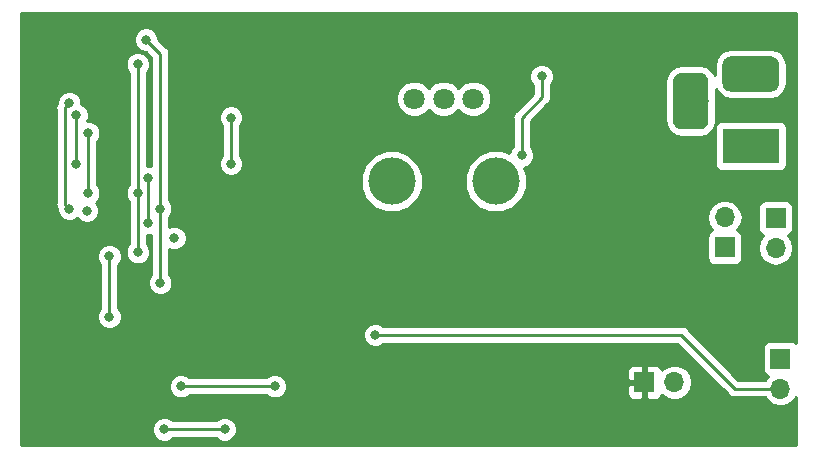
<source format=gbl>
G04 #@! TF.GenerationSoftware,KiCad,Pcbnew,5.0.0*
G04 #@! TF.CreationDate,2018-10-27T20:33:49+02:00*
G04 #@! TF.ProjectId,SimpleBatDetector,53696D706C654261744465746563746F,rev?*
G04 #@! TF.SameCoordinates,Original*
G04 #@! TF.FileFunction,Copper,L2,Bot,Signal*
G04 #@! TF.FilePolarity,Positive*
%FSLAX46Y46*%
G04 Gerber Fmt 4.6, Leading zero omitted, Abs format (unit mm)*
G04 Created by KiCad (PCBNEW 5.0.0) date Sat Oct 27 20:33:49 2018*
%MOMM*%
%LPD*%
G01*
G04 APERTURE LIST*
G04 #@! TA.AperFunction,Conductor*
%ADD10C,0.100000*%
G04 #@! TD*
G04 #@! TA.AperFunction,ComponentPad*
%ADD11C,3.000000*%
G04 #@! TD*
G04 #@! TA.AperFunction,ComponentPad*
%ADD12R,4.800000X3.000000*%
G04 #@! TD*
G04 #@! TA.AperFunction,ComponentPad*
%ADD13O,1.700000X1.700000*%
G04 #@! TD*
G04 #@! TA.AperFunction,ComponentPad*
%ADD14R,1.700000X1.700000*%
G04 #@! TD*
G04 #@! TA.AperFunction,ComponentPad*
%ADD15C,1.800000*%
G04 #@! TD*
G04 #@! TA.AperFunction,WasherPad*
%ADD16C,4.000000*%
G04 #@! TD*
G04 #@! TA.AperFunction,ViaPad*
%ADD17C,0.800000*%
G04 #@! TD*
G04 #@! TA.AperFunction,Conductor*
%ADD18C,0.250000*%
G04 #@! TD*
G04 #@! TA.AperFunction,Conductor*
%ADD19C,0.254000*%
G04 #@! TD*
G04 APERTURE END LIST*
D10*
G04 #@! TO.N,N/C*
G04 #@! TO.C,J2*
G36*
X134223513Y-56403611D02*
X134296318Y-56414411D01*
X134367714Y-56432295D01*
X134437013Y-56457090D01*
X134503548Y-56488559D01*
X134566678Y-56526398D01*
X134625795Y-56570242D01*
X134680330Y-56619670D01*
X134729758Y-56674205D01*
X134773602Y-56733322D01*
X134811441Y-56796452D01*
X134842910Y-56862987D01*
X134867705Y-56932286D01*
X134885589Y-57003682D01*
X134896389Y-57076487D01*
X134900000Y-57150000D01*
X134900000Y-58650000D01*
X134896389Y-58723513D01*
X134885589Y-58796318D01*
X134867705Y-58867714D01*
X134842910Y-58937013D01*
X134811441Y-59003548D01*
X134773602Y-59066678D01*
X134729758Y-59125795D01*
X134680330Y-59180330D01*
X134625795Y-59229758D01*
X134566678Y-59273602D01*
X134503548Y-59311441D01*
X134437013Y-59342910D01*
X134367714Y-59367705D01*
X134296318Y-59385589D01*
X134223513Y-59396389D01*
X134150000Y-59400000D01*
X130850000Y-59400000D01*
X130776487Y-59396389D01*
X130703682Y-59385589D01*
X130632286Y-59367705D01*
X130562987Y-59342910D01*
X130496452Y-59311441D01*
X130433322Y-59273602D01*
X130374205Y-59229758D01*
X130319670Y-59180330D01*
X130270242Y-59125795D01*
X130226398Y-59066678D01*
X130188559Y-59003548D01*
X130157090Y-58937013D01*
X130132295Y-58867714D01*
X130114411Y-58796318D01*
X130103611Y-58723513D01*
X130100000Y-58650000D01*
X130100000Y-57150000D01*
X130103611Y-57076487D01*
X130114411Y-57003682D01*
X130132295Y-56932286D01*
X130157090Y-56862987D01*
X130188559Y-56796452D01*
X130226398Y-56733322D01*
X130270242Y-56674205D01*
X130319670Y-56619670D01*
X130374205Y-56570242D01*
X130433322Y-56526398D01*
X130496452Y-56488559D01*
X130562987Y-56457090D01*
X130632286Y-56432295D01*
X130703682Y-56414411D01*
X130776487Y-56403611D01*
X130850000Y-56400000D01*
X134150000Y-56400000D01*
X134223513Y-56403611D01*
X134223513Y-56403611D01*
G37*
D11*
G04 #@! TD*
G04 #@! TO.P,J2,2*
G04 #@! TO.N,N/C*
X132500000Y-57900000D03*
D12*
G04 #@! TO.P,J2,1*
G04 #@! TO.N,N/C*
X132500000Y-64000000D03*
D10*
G04 #@! TD*
G04 #@! TO.N,N/C*
G04 #@! TO.C,J2*
G36*
X128243513Y-57793611D02*
X128316318Y-57804411D01*
X128387714Y-57822295D01*
X128457013Y-57847090D01*
X128523548Y-57878559D01*
X128586678Y-57916398D01*
X128645795Y-57960242D01*
X128700330Y-58009670D01*
X128749758Y-58064205D01*
X128793602Y-58123322D01*
X128831441Y-58186452D01*
X128862910Y-58252987D01*
X128887705Y-58322286D01*
X128905589Y-58393682D01*
X128916389Y-58466487D01*
X128920000Y-58540000D01*
X128920000Y-61840000D01*
X128916389Y-61913513D01*
X128905589Y-61986318D01*
X128887705Y-62057714D01*
X128862910Y-62127013D01*
X128831441Y-62193548D01*
X128793602Y-62256678D01*
X128749758Y-62315795D01*
X128700330Y-62370330D01*
X128645795Y-62419758D01*
X128586678Y-62463602D01*
X128523548Y-62501441D01*
X128457013Y-62532910D01*
X128387714Y-62557705D01*
X128316318Y-62575589D01*
X128243513Y-62586389D01*
X128170000Y-62590000D01*
X126670000Y-62590000D01*
X126596487Y-62586389D01*
X126523682Y-62575589D01*
X126452286Y-62557705D01*
X126382987Y-62532910D01*
X126316452Y-62501441D01*
X126253322Y-62463602D01*
X126194205Y-62419758D01*
X126139670Y-62370330D01*
X126090242Y-62315795D01*
X126046398Y-62256678D01*
X126008559Y-62193548D01*
X125977090Y-62127013D01*
X125952295Y-62057714D01*
X125934411Y-61986318D01*
X125923611Y-61913513D01*
X125920000Y-61840000D01*
X125920000Y-58540000D01*
X125923611Y-58466487D01*
X125934411Y-58393682D01*
X125952295Y-58322286D01*
X125977090Y-58252987D01*
X126008559Y-58186452D01*
X126046398Y-58123322D01*
X126090242Y-58064205D01*
X126139670Y-58009670D01*
X126194205Y-57960242D01*
X126253322Y-57916398D01*
X126316452Y-57878559D01*
X126382987Y-57847090D01*
X126452286Y-57822295D01*
X126523682Y-57804411D01*
X126596487Y-57793611D01*
X126670000Y-57790000D01*
X128170000Y-57790000D01*
X128243513Y-57793611D01*
X128243513Y-57793611D01*
G37*
D11*
G04 #@! TO.P,J2,3*
G04 #@! TO.N,N/C*
X127420000Y-60190000D03*
G04 #@! TD*
D13*
G04 #@! TO.P,BT1,2*
G04 #@! TO.N,GND*
X126040000Y-84000000D03*
D14*
G04 #@! TO.P,BT1,1*
G04 #@! TO.N,+9V*
X123500000Y-84000000D03*
G04 #@! TD*
G04 #@! TO.P,SW1,1*
G04 #@! TO.N,Net-(C7-Pad2)*
X130300000Y-72600000D03*
D13*
G04 #@! TO.P,SW1,2*
G04 #@! TO.N,Net-(LS1-Pad1)*
X130300000Y-70060000D03*
G04 #@! TD*
G04 #@! TO.P,MK1,2*
G04 #@! TO.N,Net-(MK1-Pad2)*
X135000000Y-84540000D03*
D14*
G04 #@! TO.P,MK1,1*
G04 #@! TO.N,GND*
X135000000Y-82000000D03*
G04 #@! TD*
G04 #@! TO.P,LS1,1*
G04 #@! TO.N,Net-(LS1-Pad1)*
X134600000Y-70100000D03*
D13*
G04 #@! TO.P,LS1,2*
G04 #@! TO.N,GND*
X134600000Y-72640000D03*
G04 #@! TD*
D15*
G04 #@! TO.P,RV1,3*
G04 #@! TO.N,GND*
X109000000Y-60000000D03*
G04 #@! TO.P,RV1,2*
G04 #@! TO.N,Net-(C4-Pad1)*
X106500000Y-60000000D03*
G04 #@! TO.P,RV1,1*
G04 #@! TO.N,Net-(C3-Pad2)*
X104000000Y-60000000D03*
D16*
G04 #@! TO.P,RV1,*
G04 #@! TO.N,*
X110900000Y-67000000D03*
X102100000Y-67000000D03*
G04 #@! TD*
D17*
G04 #@! TO.N,+9V*
X100875000Y-84700000D03*
X122825000Y-57800000D03*
X118900000Y-65160000D03*
X88975000Y-78675000D03*
X83660000Y-82600000D03*
X74600000Y-71785000D03*
X79000000Y-56200000D03*
G04 #@! TO.N,GND*
X83700000Y-71800000D03*
X76300000Y-69500000D03*
G04 #@! TO.N,Net-(C4-Pad2)*
X113100000Y-64800000D03*
X114800000Y-58100000D03*
G04 #@! TO.N,Net-(MK1-Pad2)*
X100700000Y-80000000D03*
G04 #@! TO.N,Net-(C11-Pad2)*
X82850000Y-88000000D03*
X87950000Y-88000000D03*
G04 #@! TO.N,Net-(C2-Pad1)*
X84250000Y-84350000D03*
X92200000Y-84350000D03*
G04 #@! TO.N,Net-(U2-Pad5)*
X78200000Y-73350000D03*
X78200000Y-78450000D03*
G04 #@! TO.N,Net-(D1-Pad1)*
X82500000Y-75600000D03*
X82500000Y-69300000D03*
X81300000Y-55000000D03*
G04 #@! TO.N,Net-(J1-Pad11)*
X80600000Y-73000000D03*
X80600000Y-68000000D03*
X80600000Y-57100000D03*
G04 #@! TO.N,Net-(J1-Pad9)*
X81500000Y-70500000D03*
X81500000Y-66700000D03*
G04 #@! TO.N,Net-(J1-Pad5)*
X75400000Y-65500000D03*
X75400000Y-61400000D03*
X88500000Y-65500000D03*
X88500000Y-61600000D03*
G04 #@! TO.N,Net-(J1-Pad3)*
X76400000Y-62900000D03*
X76400000Y-68000000D03*
G04 #@! TO.N,Net-(J1-Pad1)*
X74800000Y-69300000D03*
X74800000Y-60400000D03*
G04 #@! TD*
D18*
G04 #@! TO.N,Net-(C4-Pad2)*
X113100000Y-64800000D02*
X113100000Y-61600000D01*
X113100000Y-61600000D02*
X114800000Y-59900000D01*
X114800000Y-59900000D02*
X114800000Y-58100000D01*
G04 #@! TO.N,Net-(MK1-Pad2)*
X131140000Y-84540000D02*
X135000000Y-84540000D01*
X100700000Y-80000000D02*
X126600000Y-80000000D01*
X126600000Y-80000000D02*
X131140000Y-84540000D01*
G04 #@! TO.N,Net-(C11-Pad2)*
X83415685Y-88000000D02*
X87950000Y-88000000D01*
X82850000Y-88000000D02*
X83415685Y-88000000D01*
G04 #@! TO.N,Net-(C2-Pad1)*
X84250000Y-84350000D02*
X92200000Y-84350000D01*
G04 #@! TO.N,Net-(U2-Pad5)*
X78200000Y-73350000D02*
X78200000Y-78450000D01*
G04 #@! TO.N,Net-(D1-Pad1)*
X82500000Y-74900000D02*
X82500000Y-75600000D01*
X82500000Y-69300000D02*
X82500000Y-74900000D01*
X82500000Y-69300000D02*
X82500000Y-56200000D01*
X82500000Y-56200000D02*
X81300000Y-55000000D01*
G04 #@! TO.N,Net-(J1-Pad11)*
X80600000Y-68200000D02*
X80600000Y-73000000D01*
X80600000Y-68000000D02*
X80600000Y-68200000D01*
X80600000Y-57665685D02*
X80600000Y-68000000D01*
X80600000Y-57100000D02*
X80600000Y-57665685D01*
G04 #@! TO.N,Net-(J1-Pad9)*
X81500000Y-66700000D02*
X81500000Y-70500000D01*
G04 #@! TO.N,Net-(J1-Pad5)*
X75400000Y-65500000D02*
X75400000Y-61400000D01*
X88500000Y-65500000D02*
X88500000Y-61600000D01*
G04 #@! TO.N,Net-(J1-Pad3)*
X76400000Y-62900000D02*
X76400000Y-68000000D01*
G04 #@! TO.N,Net-(J1-Pad1)*
X74800000Y-69300000D02*
X74400001Y-68900001D01*
X74400001Y-60799999D02*
X74800000Y-60400000D01*
X74400001Y-68900001D02*
X74400001Y-60799999D01*
G04 #@! TD*
D19*
G04 #@! TO.N,+9V*
G36*
X136290001Y-80680292D02*
X136097765Y-80551843D01*
X135850000Y-80502560D01*
X134150000Y-80502560D01*
X133902235Y-80551843D01*
X133692191Y-80692191D01*
X133551843Y-80902235D01*
X133502560Y-81150000D01*
X133502560Y-82850000D01*
X133551843Y-83097765D01*
X133692191Y-83307809D01*
X133902235Y-83448157D01*
X133947619Y-83457184D01*
X133929375Y-83469375D01*
X133721822Y-83780000D01*
X131454802Y-83780000D01*
X127190331Y-79515530D01*
X127147929Y-79452071D01*
X126896537Y-79284096D01*
X126674852Y-79240000D01*
X126674847Y-79240000D01*
X126600000Y-79225112D01*
X126525153Y-79240000D01*
X101403711Y-79240000D01*
X101286280Y-79122569D01*
X100905874Y-78965000D01*
X100494126Y-78965000D01*
X100113720Y-79122569D01*
X99822569Y-79413720D01*
X99665000Y-79794126D01*
X99665000Y-80205874D01*
X99822569Y-80586280D01*
X100113720Y-80877431D01*
X100494126Y-81035000D01*
X100905874Y-81035000D01*
X101286280Y-80877431D01*
X101403711Y-80760000D01*
X126285199Y-80760000D01*
X130549671Y-85024473D01*
X130592071Y-85087929D01*
X130843463Y-85255904D01*
X131065148Y-85300000D01*
X131065152Y-85300000D01*
X131140000Y-85314888D01*
X131214848Y-85300000D01*
X133721822Y-85300000D01*
X133929375Y-85610625D01*
X134420582Y-85938839D01*
X134853744Y-86025000D01*
X135146256Y-86025000D01*
X135579418Y-85938839D01*
X136070625Y-85610625D01*
X136290001Y-85282306D01*
X136290001Y-89290000D01*
X70710000Y-89290000D01*
X70710000Y-87794126D01*
X81815000Y-87794126D01*
X81815000Y-88205874D01*
X81972569Y-88586280D01*
X82263720Y-88877431D01*
X82644126Y-89035000D01*
X83055874Y-89035000D01*
X83436280Y-88877431D01*
X83553711Y-88760000D01*
X87246289Y-88760000D01*
X87363720Y-88877431D01*
X87744126Y-89035000D01*
X88155874Y-89035000D01*
X88536280Y-88877431D01*
X88827431Y-88586280D01*
X88985000Y-88205874D01*
X88985000Y-87794126D01*
X88827431Y-87413720D01*
X88536280Y-87122569D01*
X88155874Y-86965000D01*
X87744126Y-86965000D01*
X87363720Y-87122569D01*
X87246289Y-87240000D01*
X83553711Y-87240000D01*
X83436280Y-87122569D01*
X83055874Y-86965000D01*
X82644126Y-86965000D01*
X82263720Y-87122569D01*
X81972569Y-87413720D01*
X81815000Y-87794126D01*
X70710000Y-87794126D01*
X70710000Y-84144126D01*
X83215000Y-84144126D01*
X83215000Y-84555874D01*
X83372569Y-84936280D01*
X83663720Y-85227431D01*
X84044126Y-85385000D01*
X84455874Y-85385000D01*
X84836280Y-85227431D01*
X84953711Y-85110000D01*
X91496289Y-85110000D01*
X91613720Y-85227431D01*
X91994126Y-85385000D01*
X92405874Y-85385000D01*
X92786280Y-85227431D01*
X93077431Y-84936280D01*
X93235000Y-84555874D01*
X93235000Y-84285750D01*
X122015000Y-84285750D01*
X122015000Y-84976309D01*
X122111673Y-85209698D01*
X122290301Y-85388327D01*
X122523690Y-85485000D01*
X123214250Y-85485000D01*
X123373000Y-85326250D01*
X123373000Y-84127000D01*
X122173750Y-84127000D01*
X122015000Y-84285750D01*
X93235000Y-84285750D01*
X93235000Y-84144126D01*
X93077431Y-83763720D01*
X92786280Y-83472569D01*
X92405874Y-83315000D01*
X91994126Y-83315000D01*
X91613720Y-83472569D01*
X91496289Y-83590000D01*
X84953711Y-83590000D01*
X84836280Y-83472569D01*
X84455874Y-83315000D01*
X84044126Y-83315000D01*
X83663720Y-83472569D01*
X83372569Y-83763720D01*
X83215000Y-84144126D01*
X70710000Y-84144126D01*
X70710000Y-83023691D01*
X122015000Y-83023691D01*
X122015000Y-83714250D01*
X122173750Y-83873000D01*
X123373000Y-83873000D01*
X123373000Y-82673750D01*
X123627000Y-82673750D01*
X123627000Y-83873000D01*
X123647000Y-83873000D01*
X123647000Y-84127000D01*
X123627000Y-84127000D01*
X123627000Y-85326250D01*
X123785750Y-85485000D01*
X124476310Y-85485000D01*
X124709699Y-85388327D01*
X124888327Y-85209698D01*
X124954904Y-85048967D01*
X124969375Y-85070625D01*
X125460582Y-85398839D01*
X125893744Y-85485000D01*
X126186256Y-85485000D01*
X126619418Y-85398839D01*
X127110625Y-85070625D01*
X127438839Y-84579418D01*
X127554092Y-84000000D01*
X127438839Y-83420582D01*
X127110625Y-82929375D01*
X126619418Y-82601161D01*
X126186256Y-82515000D01*
X125893744Y-82515000D01*
X125460582Y-82601161D01*
X124969375Y-82929375D01*
X124954904Y-82951033D01*
X124888327Y-82790302D01*
X124709699Y-82611673D01*
X124476310Y-82515000D01*
X123785750Y-82515000D01*
X123627000Y-82673750D01*
X123373000Y-82673750D01*
X123214250Y-82515000D01*
X122523690Y-82515000D01*
X122290301Y-82611673D01*
X122111673Y-82790302D01*
X122015000Y-83023691D01*
X70710000Y-83023691D01*
X70710000Y-73144126D01*
X77165000Y-73144126D01*
X77165000Y-73555874D01*
X77322569Y-73936280D01*
X77440000Y-74053711D01*
X77440001Y-77746288D01*
X77322569Y-77863720D01*
X77165000Y-78244126D01*
X77165000Y-78655874D01*
X77322569Y-79036280D01*
X77613720Y-79327431D01*
X77994126Y-79485000D01*
X78405874Y-79485000D01*
X78786280Y-79327431D01*
X79077431Y-79036280D01*
X79235000Y-78655874D01*
X79235000Y-78244126D01*
X79077431Y-77863720D01*
X78960000Y-77746289D01*
X78960000Y-74053711D01*
X79077431Y-73936280D01*
X79235000Y-73555874D01*
X79235000Y-73144126D01*
X79077431Y-72763720D01*
X78786280Y-72472569D01*
X78405874Y-72315000D01*
X77994126Y-72315000D01*
X77613720Y-72472569D01*
X77322569Y-72763720D01*
X77165000Y-73144126D01*
X70710000Y-73144126D01*
X70710000Y-60799999D01*
X73625113Y-60799999D01*
X73640002Y-60874851D01*
X73640001Y-68825154D01*
X73625113Y-68900001D01*
X73640001Y-68974848D01*
X73640001Y-68974852D01*
X73684097Y-69196537D01*
X73765000Y-69317617D01*
X73765000Y-69505874D01*
X73922569Y-69886280D01*
X74213720Y-70177431D01*
X74594126Y-70335000D01*
X75005874Y-70335000D01*
X75386280Y-70177431D01*
X75450000Y-70113711D01*
X75713720Y-70377431D01*
X76094126Y-70535000D01*
X76505874Y-70535000D01*
X76886280Y-70377431D01*
X77177431Y-70086280D01*
X77335000Y-69705874D01*
X77335000Y-69294126D01*
X77177431Y-68913720D01*
X77063711Y-68800000D01*
X77277431Y-68586280D01*
X77435000Y-68205874D01*
X77435000Y-67794126D01*
X77277431Y-67413720D01*
X77160000Y-67296289D01*
X77160000Y-63603711D01*
X77277431Y-63486280D01*
X77435000Y-63105874D01*
X77435000Y-62694126D01*
X77277431Y-62313720D01*
X76986280Y-62022569D01*
X76605874Y-61865000D01*
X76327667Y-61865000D01*
X76435000Y-61605874D01*
X76435000Y-61194126D01*
X76277431Y-60813720D01*
X75986280Y-60522569D01*
X75835000Y-60459907D01*
X75835000Y-60194126D01*
X75677431Y-59813720D01*
X75386280Y-59522569D01*
X75005874Y-59365000D01*
X74594126Y-59365000D01*
X74213720Y-59522569D01*
X73922569Y-59813720D01*
X73765000Y-60194126D01*
X73765000Y-60382383D01*
X73684098Y-60503462D01*
X73625113Y-60799999D01*
X70710000Y-60799999D01*
X70710000Y-56894126D01*
X79565000Y-56894126D01*
X79565000Y-57305874D01*
X79722569Y-57686280D01*
X79840000Y-57803711D01*
X79840001Y-67296288D01*
X79722569Y-67413720D01*
X79565000Y-67794126D01*
X79565000Y-68205874D01*
X79722569Y-68586280D01*
X79840000Y-68703711D01*
X79840001Y-72296288D01*
X79722569Y-72413720D01*
X79565000Y-72794126D01*
X79565000Y-73205874D01*
X79722569Y-73586280D01*
X80013720Y-73877431D01*
X80394126Y-74035000D01*
X80805874Y-74035000D01*
X81186280Y-73877431D01*
X81477431Y-73586280D01*
X81635000Y-73205874D01*
X81635000Y-72794126D01*
X81477431Y-72413720D01*
X81360000Y-72296289D01*
X81360000Y-71535000D01*
X81705874Y-71535000D01*
X81740000Y-71520864D01*
X81740001Y-74825144D01*
X81740000Y-74825149D01*
X81740000Y-74896289D01*
X81622569Y-75013720D01*
X81465000Y-75394126D01*
X81465000Y-75805874D01*
X81622569Y-76186280D01*
X81913720Y-76477431D01*
X82294126Y-76635000D01*
X82705874Y-76635000D01*
X83086280Y-76477431D01*
X83377431Y-76186280D01*
X83535000Y-75805874D01*
X83535000Y-75394126D01*
X83377431Y-75013720D01*
X83260000Y-74896289D01*
X83260000Y-72738022D01*
X83494126Y-72835000D01*
X83905874Y-72835000D01*
X84286280Y-72677431D01*
X84577431Y-72386280D01*
X84735000Y-72005874D01*
X84735000Y-71594126D01*
X84577431Y-71213720D01*
X84286280Y-70922569D01*
X83905874Y-70765000D01*
X83494126Y-70765000D01*
X83260000Y-70861978D01*
X83260000Y-70060000D01*
X128785908Y-70060000D01*
X128901161Y-70639418D01*
X129229375Y-71130625D01*
X129247619Y-71142816D01*
X129202235Y-71151843D01*
X128992191Y-71292191D01*
X128851843Y-71502235D01*
X128802560Y-71750000D01*
X128802560Y-73450000D01*
X128851843Y-73697765D01*
X128992191Y-73907809D01*
X129202235Y-74048157D01*
X129450000Y-74097440D01*
X131150000Y-74097440D01*
X131397765Y-74048157D01*
X131607809Y-73907809D01*
X131748157Y-73697765D01*
X131797440Y-73450000D01*
X131797440Y-72640000D01*
X133085908Y-72640000D01*
X133201161Y-73219418D01*
X133529375Y-73710625D01*
X134020582Y-74038839D01*
X134453744Y-74125000D01*
X134746256Y-74125000D01*
X135179418Y-74038839D01*
X135670625Y-73710625D01*
X135998839Y-73219418D01*
X136114092Y-72640000D01*
X135998839Y-72060582D01*
X135670625Y-71569375D01*
X135652381Y-71557184D01*
X135697765Y-71548157D01*
X135907809Y-71407809D01*
X136048157Y-71197765D01*
X136097440Y-70950000D01*
X136097440Y-69250000D01*
X136048157Y-69002235D01*
X135907809Y-68792191D01*
X135697765Y-68651843D01*
X135450000Y-68602560D01*
X133750000Y-68602560D01*
X133502235Y-68651843D01*
X133292191Y-68792191D01*
X133151843Y-69002235D01*
X133102560Y-69250000D01*
X133102560Y-70950000D01*
X133151843Y-71197765D01*
X133292191Y-71407809D01*
X133502235Y-71548157D01*
X133547619Y-71557184D01*
X133529375Y-71569375D01*
X133201161Y-72060582D01*
X133085908Y-72640000D01*
X131797440Y-72640000D01*
X131797440Y-71750000D01*
X131748157Y-71502235D01*
X131607809Y-71292191D01*
X131397765Y-71151843D01*
X131352381Y-71142816D01*
X131370625Y-71130625D01*
X131698839Y-70639418D01*
X131814092Y-70060000D01*
X131698839Y-69480582D01*
X131370625Y-68989375D01*
X130879418Y-68661161D01*
X130446256Y-68575000D01*
X130153744Y-68575000D01*
X129720582Y-68661161D01*
X129229375Y-68989375D01*
X128901161Y-69480582D01*
X128785908Y-70060000D01*
X83260000Y-70060000D01*
X83260000Y-70003711D01*
X83377431Y-69886280D01*
X83535000Y-69505874D01*
X83535000Y-69094126D01*
X83377431Y-68713720D01*
X83260000Y-68596289D01*
X83260000Y-61394126D01*
X87465000Y-61394126D01*
X87465000Y-61805874D01*
X87622569Y-62186280D01*
X87740001Y-62303712D01*
X87740000Y-64796289D01*
X87622569Y-64913720D01*
X87465000Y-65294126D01*
X87465000Y-65705874D01*
X87622569Y-66086280D01*
X87913720Y-66377431D01*
X88294126Y-66535000D01*
X88705874Y-66535000D01*
X88848636Y-66475866D01*
X99465000Y-66475866D01*
X99465000Y-67524134D01*
X99866155Y-68492608D01*
X100607392Y-69233845D01*
X101575866Y-69635000D01*
X102624134Y-69635000D01*
X103592608Y-69233845D01*
X104333845Y-68492608D01*
X104735000Y-67524134D01*
X104735000Y-66475866D01*
X108265000Y-66475866D01*
X108265000Y-67524134D01*
X108666155Y-68492608D01*
X109407392Y-69233845D01*
X110375866Y-69635000D01*
X111424134Y-69635000D01*
X112392608Y-69233845D01*
X113133845Y-68492608D01*
X113535000Y-67524134D01*
X113535000Y-66475866D01*
X113269545Y-65835000D01*
X113305874Y-65835000D01*
X113686280Y-65677431D01*
X113977431Y-65386280D01*
X114135000Y-65005874D01*
X114135000Y-64594126D01*
X113977431Y-64213720D01*
X113860000Y-64096289D01*
X113860000Y-61914801D01*
X115284473Y-60490329D01*
X115347929Y-60447929D01*
X115515904Y-60196537D01*
X115560000Y-59974852D01*
X115560000Y-59974848D01*
X115574888Y-59900001D01*
X115560000Y-59825154D01*
X115560000Y-58803711D01*
X115677431Y-58686280D01*
X115738022Y-58540000D01*
X125272560Y-58540000D01*
X125272560Y-61840000D01*
X125378934Y-62374777D01*
X125681861Y-62828139D01*
X126135223Y-63131066D01*
X126670000Y-63237440D01*
X128170000Y-63237440D01*
X128704777Y-63131066D01*
X129158139Y-62828139D01*
X129377394Y-62500000D01*
X129452560Y-62500000D01*
X129452560Y-65500000D01*
X129501843Y-65747765D01*
X129642191Y-65957809D01*
X129852235Y-66098157D01*
X130100000Y-66147440D01*
X134900000Y-66147440D01*
X135147765Y-66098157D01*
X135357809Y-65957809D01*
X135498157Y-65747765D01*
X135547440Y-65500000D01*
X135547440Y-62500000D01*
X135498157Y-62252235D01*
X135357809Y-62042191D01*
X135147765Y-61901843D01*
X134900000Y-61852560D01*
X130100000Y-61852560D01*
X129852235Y-61901843D01*
X129642191Y-62042191D01*
X129501843Y-62252235D01*
X129452560Y-62500000D01*
X129377394Y-62500000D01*
X129461066Y-62374777D01*
X129567440Y-61840000D01*
X129567440Y-59197507D01*
X129861861Y-59638139D01*
X130315223Y-59941066D01*
X130850000Y-60047440D01*
X134150000Y-60047440D01*
X134684777Y-59941066D01*
X135138139Y-59638139D01*
X135441066Y-59184777D01*
X135547440Y-58650000D01*
X135547440Y-57150000D01*
X135441066Y-56615223D01*
X135138139Y-56161861D01*
X134684777Y-55858934D01*
X134150000Y-55752560D01*
X130850000Y-55752560D01*
X130315223Y-55858934D01*
X129861861Y-56161861D01*
X129558934Y-56615223D01*
X129452560Y-57150000D01*
X129452560Y-57992493D01*
X129158139Y-57551861D01*
X128704777Y-57248934D01*
X128170000Y-57142560D01*
X126670000Y-57142560D01*
X126135223Y-57248934D01*
X125681861Y-57551861D01*
X125378934Y-58005223D01*
X125272560Y-58540000D01*
X115738022Y-58540000D01*
X115835000Y-58305874D01*
X115835000Y-57894126D01*
X115677431Y-57513720D01*
X115386280Y-57222569D01*
X115005874Y-57065000D01*
X114594126Y-57065000D01*
X114213720Y-57222569D01*
X113922569Y-57513720D01*
X113765000Y-57894126D01*
X113765000Y-58305874D01*
X113922569Y-58686280D01*
X114040001Y-58803712D01*
X114040000Y-59585198D01*
X112615528Y-61009671D01*
X112552072Y-61052071D01*
X112509672Y-61115527D01*
X112509671Y-61115528D01*
X112384097Y-61303463D01*
X112325112Y-61600000D01*
X112340001Y-61674852D01*
X112340000Y-64096289D01*
X112222569Y-64213720D01*
X112065000Y-64594126D01*
X112065000Y-64630455D01*
X111424134Y-64365000D01*
X110375866Y-64365000D01*
X109407392Y-64766155D01*
X108666155Y-65507392D01*
X108265000Y-66475866D01*
X104735000Y-66475866D01*
X104333845Y-65507392D01*
X103592608Y-64766155D01*
X102624134Y-64365000D01*
X101575866Y-64365000D01*
X100607392Y-64766155D01*
X99866155Y-65507392D01*
X99465000Y-66475866D01*
X88848636Y-66475866D01*
X89086280Y-66377431D01*
X89377431Y-66086280D01*
X89535000Y-65705874D01*
X89535000Y-65294126D01*
X89377431Y-64913720D01*
X89260000Y-64796289D01*
X89260000Y-62303711D01*
X89377431Y-62186280D01*
X89535000Y-61805874D01*
X89535000Y-61394126D01*
X89377431Y-61013720D01*
X89086280Y-60722569D01*
X88705874Y-60565000D01*
X88294126Y-60565000D01*
X87913720Y-60722569D01*
X87622569Y-61013720D01*
X87465000Y-61394126D01*
X83260000Y-61394126D01*
X83260000Y-59694670D01*
X102465000Y-59694670D01*
X102465000Y-60305330D01*
X102698690Y-60869507D01*
X103130493Y-61301310D01*
X103694670Y-61535000D01*
X104305330Y-61535000D01*
X104869507Y-61301310D01*
X105250000Y-60920817D01*
X105630493Y-61301310D01*
X106194670Y-61535000D01*
X106805330Y-61535000D01*
X107369507Y-61301310D01*
X107750000Y-60920817D01*
X108130493Y-61301310D01*
X108694670Y-61535000D01*
X109305330Y-61535000D01*
X109869507Y-61301310D01*
X110301310Y-60869507D01*
X110535000Y-60305330D01*
X110535000Y-59694670D01*
X110301310Y-59130493D01*
X109869507Y-58698690D01*
X109305330Y-58465000D01*
X108694670Y-58465000D01*
X108130493Y-58698690D01*
X107750000Y-59079183D01*
X107369507Y-58698690D01*
X106805330Y-58465000D01*
X106194670Y-58465000D01*
X105630493Y-58698690D01*
X105250000Y-59079183D01*
X104869507Y-58698690D01*
X104305330Y-58465000D01*
X103694670Y-58465000D01*
X103130493Y-58698690D01*
X102698690Y-59130493D01*
X102465000Y-59694670D01*
X83260000Y-59694670D01*
X83260000Y-56274846D01*
X83274888Y-56199999D01*
X83260000Y-56125152D01*
X83260000Y-56125148D01*
X83215904Y-55903463D01*
X83047929Y-55652071D01*
X82984473Y-55609671D01*
X82335000Y-54960199D01*
X82335000Y-54794126D01*
X82177431Y-54413720D01*
X81886280Y-54122569D01*
X81505874Y-53965000D01*
X81094126Y-53965000D01*
X80713720Y-54122569D01*
X80422569Y-54413720D01*
X80265000Y-54794126D01*
X80265000Y-55205874D01*
X80422569Y-55586280D01*
X80713720Y-55877431D01*
X81094126Y-56035000D01*
X81260199Y-56035000D01*
X81740001Y-56514803D01*
X81740000Y-65679136D01*
X81705874Y-65665000D01*
X81360000Y-65665000D01*
X81360000Y-57803711D01*
X81477431Y-57686280D01*
X81635000Y-57305874D01*
X81635000Y-56894126D01*
X81477431Y-56513720D01*
X81186280Y-56222569D01*
X80805874Y-56065000D01*
X80394126Y-56065000D01*
X80013720Y-56222569D01*
X79722569Y-56513720D01*
X79565000Y-56894126D01*
X70710000Y-56894126D01*
X70710000Y-52710000D01*
X136290000Y-52710000D01*
X136290001Y-80680292D01*
X136290001Y-80680292D01*
G37*
X136290001Y-80680292D02*
X136097765Y-80551843D01*
X135850000Y-80502560D01*
X134150000Y-80502560D01*
X133902235Y-80551843D01*
X133692191Y-80692191D01*
X133551843Y-80902235D01*
X133502560Y-81150000D01*
X133502560Y-82850000D01*
X133551843Y-83097765D01*
X133692191Y-83307809D01*
X133902235Y-83448157D01*
X133947619Y-83457184D01*
X133929375Y-83469375D01*
X133721822Y-83780000D01*
X131454802Y-83780000D01*
X127190331Y-79515530D01*
X127147929Y-79452071D01*
X126896537Y-79284096D01*
X126674852Y-79240000D01*
X126674847Y-79240000D01*
X126600000Y-79225112D01*
X126525153Y-79240000D01*
X101403711Y-79240000D01*
X101286280Y-79122569D01*
X100905874Y-78965000D01*
X100494126Y-78965000D01*
X100113720Y-79122569D01*
X99822569Y-79413720D01*
X99665000Y-79794126D01*
X99665000Y-80205874D01*
X99822569Y-80586280D01*
X100113720Y-80877431D01*
X100494126Y-81035000D01*
X100905874Y-81035000D01*
X101286280Y-80877431D01*
X101403711Y-80760000D01*
X126285199Y-80760000D01*
X130549671Y-85024473D01*
X130592071Y-85087929D01*
X130843463Y-85255904D01*
X131065148Y-85300000D01*
X131065152Y-85300000D01*
X131140000Y-85314888D01*
X131214848Y-85300000D01*
X133721822Y-85300000D01*
X133929375Y-85610625D01*
X134420582Y-85938839D01*
X134853744Y-86025000D01*
X135146256Y-86025000D01*
X135579418Y-85938839D01*
X136070625Y-85610625D01*
X136290001Y-85282306D01*
X136290001Y-89290000D01*
X70710000Y-89290000D01*
X70710000Y-87794126D01*
X81815000Y-87794126D01*
X81815000Y-88205874D01*
X81972569Y-88586280D01*
X82263720Y-88877431D01*
X82644126Y-89035000D01*
X83055874Y-89035000D01*
X83436280Y-88877431D01*
X83553711Y-88760000D01*
X87246289Y-88760000D01*
X87363720Y-88877431D01*
X87744126Y-89035000D01*
X88155874Y-89035000D01*
X88536280Y-88877431D01*
X88827431Y-88586280D01*
X88985000Y-88205874D01*
X88985000Y-87794126D01*
X88827431Y-87413720D01*
X88536280Y-87122569D01*
X88155874Y-86965000D01*
X87744126Y-86965000D01*
X87363720Y-87122569D01*
X87246289Y-87240000D01*
X83553711Y-87240000D01*
X83436280Y-87122569D01*
X83055874Y-86965000D01*
X82644126Y-86965000D01*
X82263720Y-87122569D01*
X81972569Y-87413720D01*
X81815000Y-87794126D01*
X70710000Y-87794126D01*
X70710000Y-84144126D01*
X83215000Y-84144126D01*
X83215000Y-84555874D01*
X83372569Y-84936280D01*
X83663720Y-85227431D01*
X84044126Y-85385000D01*
X84455874Y-85385000D01*
X84836280Y-85227431D01*
X84953711Y-85110000D01*
X91496289Y-85110000D01*
X91613720Y-85227431D01*
X91994126Y-85385000D01*
X92405874Y-85385000D01*
X92786280Y-85227431D01*
X93077431Y-84936280D01*
X93235000Y-84555874D01*
X93235000Y-84285750D01*
X122015000Y-84285750D01*
X122015000Y-84976309D01*
X122111673Y-85209698D01*
X122290301Y-85388327D01*
X122523690Y-85485000D01*
X123214250Y-85485000D01*
X123373000Y-85326250D01*
X123373000Y-84127000D01*
X122173750Y-84127000D01*
X122015000Y-84285750D01*
X93235000Y-84285750D01*
X93235000Y-84144126D01*
X93077431Y-83763720D01*
X92786280Y-83472569D01*
X92405874Y-83315000D01*
X91994126Y-83315000D01*
X91613720Y-83472569D01*
X91496289Y-83590000D01*
X84953711Y-83590000D01*
X84836280Y-83472569D01*
X84455874Y-83315000D01*
X84044126Y-83315000D01*
X83663720Y-83472569D01*
X83372569Y-83763720D01*
X83215000Y-84144126D01*
X70710000Y-84144126D01*
X70710000Y-83023691D01*
X122015000Y-83023691D01*
X122015000Y-83714250D01*
X122173750Y-83873000D01*
X123373000Y-83873000D01*
X123373000Y-82673750D01*
X123627000Y-82673750D01*
X123627000Y-83873000D01*
X123647000Y-83873000D01*
X123647000Y-84127000D01*
X123627000Y-84127000D01*
X123627000Y-85326250D01*
X123785750Y-85485000D01*
X124476310Y-85485000D01*
X124709699Y-85388327D01*
X124888327Y-85209698D01*
X124954904Y-85048967D01*
X124969375Y-85070625D01*
X125460582Y-85398839D01*
X125893744Y-85485000D01*
X126186256Y-85485000D01*
X126619418Y-85398839D01*
X127110625Y-85070625D01*
X127438839Y-84579418D01*
X127554092Y-84000000D01*
X127438839Y-83420582D01*
X127110625Y-82929375D01*
X126619418Y-82601161D01*
X126186256Y-82515000D01*
X125893744Y-82515000D01*
X125460582Y-82601161D01*
X124969375Y-82929375D01*
X124954904Y-82951033D01*
X124888327Y-82790302D01*
X124709699Y-82611673D01*
X124476310Y-82515000D01*
X123785750Y-82515000D01*
X123627000Y-82673750D01*
X123373000Y-82673750D01*
X123214250Y-82515000D01*
X122523690Y-82515000D01*
X122290301Y-82611673D01*
X122111673Y-82790302D01*
X122015000Y-83023691D01*
X70710000Y-83023691D01*
X70710000Y-73144126D01*
X77165000Y-73144126D01*
X77165000Y-73555874D01*
X77322569Y-73936280D01*
X77440000Y-74053711D01*
X77440001Y-77746288D01*
X77322569Y-77863720D01*
X77165000Y-78244126D01*
X77165000Y-78655874D01*
X77322569Y-79036280D01*
X77613720Y-79327431D01*
X77994126Y-79485000D01*
X78405874Y-79485000D01*
X78786280Y-79327431D01*
X79077431Y-79036280D01*
X79235000Y-78655874D01*
X79235000Y-78244126D01*
X79077431Y-77863720D01*
X78960000Y-77746289D01*
X78960000Y-74053711D01*
X79077431Y-73936280D01*
X79235000Y-73555874D01*
X79235000Y-73144126D01*
X79077431Y-72763720D01*
X78786280Y-72472569D01*
X78405874Y-72315000D01*
X77994126Y-72315000D01*
X77613720Y-72472569D01*
X77322569Y-72763720D01*
X77165000Y-73144126D01*
X70710000Y-73144126D01*
X70710000Y-60799999D01*
X73625113Y-60799999D01*
X73640002Y-60874851D01*
X73640001Y-68825154D01*
X73625113Y-68900001D01*
X73640001Y-68974848D01*
X73640001Y-68974852D01*
X73684097Y-69196537D01*
X73765000Y-69317617D01*
X73765000Y-69505874D01*
X73922569Y-69886280D01*
X74213720Y-70177431D01*
X74594126Y-70335000D01*
X75005874Y-70335000D01*
X75386280Y-70177431D01*
X75450000Y-70113711D01*
X75713720Y-70377431D01*
X76094126Y-70535000D01*
X76505874Y-70535000D01*
X76886280Y-70377431D01*
X77177431Y-70086280D01*
X77335000Y-69705874D01*
X77335000Y-69294126D01*
X77177431Y-68913720D01*
X77063711Y-68800000D01*
X77277431Y-68586280D01*
X77435000Y-68205874D01*
X77435000Y-67794126D01*
X77277431Y-67413720D01*
X77160000Y-67296289D01*
X77160000Y-63603711D01*
X77277431Y-63486280D01*
X77435000Y-63105874D01*
X77435000Y-62694126D01*
X77277431Y-62313720D01*
X76986280Y-62022569D01*
X76605874Y-61865000D01*
X76327667Y-61865000D01*
X76435000Y-61605874D01*
X76435000Y-61194126D01*
X76277431Y-60813720D01*
X75986280Y-60522569D01*
X75835000Y-60459907D01*
X75835000Y-60194126D01*
X75677431Y-59813720D01*
X75386280Y-59522569D01*
X75005874Y-59365000D01*
X74594126Y-59365000D01*
X74213720Y-59522569D01*
X73922569Y-59813720D01*
X73765000Y-60194126D01*
X73765000Y-60382383D01*
X73684098Y-60503462D01*
X73625113Y-60799999D01*
X70710000Y-60799999D01*
X70710000Y-56894126D01*
X79565000Y-56894126D01*
X79565000Y-57305874D01*
X79722569Y-57686280D01*
X79840000Y-57803711D01*
X79840001Y-67296288D01*
X79722569Y-67413720D01*
X79565000Y-67794126D01*
X79565000Y-68205874D01*
X79722569Y-68586280D01*
X79840000Y-68703711D01*
X79840001Y-72296288D01*
X79722569Y-72413720D01*
X79565000Y-72794126D01*
X79565000Y-73205874D01*
X79722569Y-73586280D01*
X80013720Y-73877431D01*
X80394126Y-74035000D01*
X80805874Y-74035000D01*
X81186280Y-73877431D01*
X81477431Y-73586280D01*
X81635000Y-73205874D01*
X81635000Y-72794126D01*
X81477431Y-72413720D01*
X81360000Y-72296289D01*
X81360000Y-71535000D01*
X81705874Y-71535000D01*
X81740000Y-71520864D01*
X81740001Y-74825144D01*
X81740000Y-74825149D01*
X81740000Y-74896289D01*
X81622569Y-75013720D01*
X81465000Y-75394126D01*
X81465000Y-75805874D01*
X81622569Y-76186280D01*
X81913720Y-76477431D01*
X82294126Y-76635000D01*
X82705874Y-76635000D01*
X83086280Y-76477431D01*
X83377431Y-76186280D01*
X83535000Y-75805874D01*
X83535000Y-75394126D01*
X83377431Y-75013720D01*
X83260000Y-74896289D01*
X83260000Y-72738022D01*
X83494126Y-72835000D01*
X83905874Y-72835000D01*
X84286280Y-72677431D01*
X84577431Y-72386280D01*
X84735000Y-72005874D01*
X84735000Y-71594126D01*
X84577431Y-71213720D01*
X84286280Y-70922569D01*
X83905874Y-70765000D01*
X83494126Y-70765000D01*
X83260000Y-70861978D01*
X83260000Y-70060000D01*
X128785908Y-70060000D01*
X128901161Y-70639418D01*
X129229375Y-71130625D01*
X129247619Y-71142816D01*
X129202235Y-71151843D01*
X128992191Y-71292191D01*
X128851843Y-71502235D01*
X128802560Y-71750000D01*
X128802560Y-73450000D01*
X128851843Y-73697765D01*
X128992191Y-73907809D01*
X129202235Y-74048157D01*
X129450000Y-74097440D01*
X131150000Y-74097440D01*
X131397765Y-74048157D01*
X131607809Y-73907809D01*
X131748157Y-73697765D01*
X131797440Y-73450000D01*
X131797440Y-72640000D01*
X133085908Y-72640000D01*
X133201161Y-73219418D01*
X133529375Y-73710625D01*
X134020582Y-74038839D01*
X134453744Y-74125000D01*
X134746256Y-74125000D01*
X135179418Y-74038839D01*
X135670625Y-73710625D01*
X135998839Y-73219418D01*
X136114092Y-72640000D01*
X135998839Y-72060582D01*
X135670625Y-71569375D01*
X135652381Y-71557184D01*
X135697765Y-71548157D01*
X135907809Y-71407809D01*
X136048157Y-71197765D01*
X136097440Y-70950000D01*
X136097440Y-69250000D01*
X136048157Y-69002235D01*
X135907809Y-68792191D01*
X135697765Y-68651843D01*
X135450000Y-68602560D01*
X133750000Y-68602560D01*
X133502235Y-68651843D01*
X133292191Y-68792191D01*
X133151843Y-69002235D01*
X133102560Y-69250000D01*
X133102560Y-70950000D01*
X133151843Y-71197765D01*
X133292191Y-71407809D01*
X133502235Y-71548157D01*
X133547619Y-71557184D01*
X133529375Y-71569375D01*
X133201161Y-72060582D01*
X133085908Y-72640000D01*
X131797440Y-72640000D01*
X131797440Y-71750000D01*
X131748157Y-71502235D01*
X131607809Y-71292191D01*
X131397765Y-71151843D01*
X131352381Y-71142816D01*
X131370625Y-71130625D01*
X131698839Y-70639418D01*
X131814092Y-70060000D01*
X131698839Y-69480582D01*
X131370625Y-68989375D01*
X130879418Y-68661161D01*
X130446256Y-68575000D01*
X130153744Y-68575000D01*
X129720582Y-68661161D01*
X129229375Y-68989375D01*
X128901161Y-69480582D01*
X128785908Y-70060000D01*
X83260000Y-70060000D01*
X83260000Y-70003711D01*
X83377431Y-69886280D01*
X83535000Y-69505874D01*
X83535000Y-69094126D01*
X83377431Y-68713720D01*
X83260000Y-68596289D01*
X83260000Y-61394126D01*
X87465000Y-61394126D01*
X87465000Y-61805874D01*
X87622569Y-62186280D01*
X87740001Y-62303712D01*
X87740000Y-64796289D01*
X87622569Y-64913720D01*
X87465000Y-65294126D01*
X87465000Y-65705874D01*
X87622569Y-66086280D01*
X87913720Y-66377431D01*
X88294126Y-66535000D01*
X88705874Y-66535000D01*
X88848636Y-66475866D01*
X99465000Y-66475866D01*
X99465000Y-67524134D01*
X99866155Y-68492608D01*
X100607392Y-69233845D01*
X101575866Y-69635000D01*
X102624134Y-69635000D01*
X103592608Y-69233845D01*
X104333845Y-68492608D01*
X104735000Y-67524134D01*
X104735000Y-66475866D01*
X108265000Y-66475866D01*
X108265000Y-67524134D01*
X108666155Y-68492608D01*
X109407392Y-69233845D01*
X110375866Y-69635000D01*
X111424134Y-69635000D01*
X112392608Y-69233845D01*
X113133845Y-68492608D01*
X113535000Y-67524134D01*
X113535000Y-66475866D01*
X113269545Y-65835000D01*
X113305874Y-65835000D01*
X113686280Y-65677431D01*
X113977431Y-65386280D01*
X114135000Y-65005874D01*
X114135000Y-64594126D01*
X113977431Y-64213720D01*
X113860000Y-64096289D01*
X113860000Y-61914801D01*
X115284473Y-60490329D01*
X115347929Y-60447929D01*
X115515904Y-60196537D01*
X115560000Y-59974852D01*
X115560000Y-59974848D01*
X115574888Y-59900001D01*
X115560000Y-59825154D01*
X115560000Y-58803711D01*
X115677431Y-58686280D01*
X115738022Y-58540000D01*
X125272560Y-58540000D01*
X125272560Y-61840000D01*
X125378934Y-62374777D01*
X125681861Y-62828139D01*
X126135223Y-63131066D01*
X126670000Y-63237440D01*
X128170000Y-63237440D01*
X128704777Y-63131066D01*
X129158139Y-62828139D01*
X129377394Y-62500000D01*
X129452560Y-62500000D01*
X129452560Y-65500000D01*
X129501843Y-65747765D01*
X129642191Y-65957809D01*
X129852235Y-66098157D01*
X130100000Y-66147440D01*
X134900000Y-66147440D01*
X135147765Y-66098157D01*
X135357809Y-65957809D01*
X135498157Y-65747765D01*
X135547440Y-65500000D01*
X135547440Y-62500000D01*
X135498157Y-62252235D01*
X135357809Y-62042191D01*
X135147765Y-61901843D01*
X134900000Y-61852560D01*
X130100000Y-61852560D01*
X129852235Y-61901843D01*
X129642191Y-62042191D01*
X129501843Y-62252235D01*
X129452560Y-62500000D01*
X129377394Y-62500000D01*
X129461066Y-62374777D01*
X129567440Y-61840000D01*
X129567440Y-59197507D01*
X129861861Y-59638139D01*
X130315223Y-59941066D01*
X130850000Y-60047440D01*
X134150000Y-60047440D01*
X134684777Y-59941066D01*
X135138139Y-59638139D01*
X135441066Y-59184777D01*
X135547440Y-58650000D01*
X135547440Y-57150000D01*
X135441066Y-56615223D01*
X135138139Y-56161861D01*
X134684777Y-55858934D01*
X134150000Y-55752560D01*
X130850000Y-55752560D01*
X130315223Y-55858934D01*
X129861861Y-56161861D01*
X129558934Y-56615223D01*
X129452560Y-57150000D01*
X129452560Y-57992493D01*
X129158139Y-57551861D01*
X128704777Y-57248934D01*
X128170000Y-57142560D01*
X126670000Y-57142560D01*
X126135223Y-57248934D01*
X125681861Y-57551861D01*
X125378934Y-58005223D01*
X125272560Y-58540000D01*
X115738022Y-58540000D01*
X115835000Y-58305874D01*
X115835000Y-57894126D01*
X115677431Y-57513720D01*
X115386280Y-57222569D01*
X115005874Y-57065000D01*
X114594126Y-57065000D01*
X114213720Y-57222569D01*
X113922569Y-57513720D01*
X113765000Y-57894126D01*
X113765000Y-58305874D01*
X113922569Y-58686280D01*
X114040001Y-58803712D01*
X114040000Y-59585198D01*
X112615528Y-61009671D01*
X112552072Y-61052071D01*
X112509672Y-61115527D01*
X112509671Y-61115528D01*
X112384097Y-61303463D01*
X112325112Y-61600000D01*
X112340001Y-61674852D01*
X112340000Y-64096289D01*
X112222569Y-64213720D01*
X112065000Y-64594126D01*
X112065000Y-64630455D01*
X111424134Y-64365000D01*
X110375866Y-64365000D01*
X109407392Y-64766155D01*
X108666155Y-65507392D01*
X108265000Y-66475866D01*
X104735000Y-66475866D01*
X104333845Y-65507392D01*
X103592608Y-64766155D01*
X102624134Y-64365000D01*
X101575866Y-64365000D01*
X100607392Y-64766155D01*
X99866155Y-65507392D01*
X99465000Y-66475866D01*
X88848636Y-66475866D01*
X89086280Y-66377431D01*
X89377431Y-66086280D01*
X89535000Y-65705874D01*
X89535000Y-65294126D01*
X89377431Y-64913720D01*
X89260000Y-64796289D01*
X89260000Y-62303711D01*
X89377431Y-62186280D01*
X89535000Y-61805874D01*
X89535000Y-61394126D01*
X89377431Y-61013720D01*
X89086280Y-60722569D01*
X88705874Y-60565000D01*
X88294126Y-60565000D01*
X87913720Y-60722569D01*
X87622569Y-61013720D01*
X87465000Y-61394126D01*
X83260000Y-61394126D01*
X83260000Y-59694670D01*
X102465000Y-59694670D01*
X102465000Y-60305330D01*
X102698690Y-60869507D01*
X103130493Y-61301310D01*
X103694670Y-61535000D01*
X104305330Y-61535000D01*
X104869507Y-61301310D01*
X105250000Y-60920817D01*
X105630493Y-61301310D01*
X106194670Y-61535000D01*
X106805330Y-61535000D01*
X107369507Y-61301310D01*
X107750000Y-60920817D01*
X108130493Y-61301310D01*
X108694670Y-61535000D01*
X109305330Y-61535000D01*
X109869507Y-61301310D01*
X110301310Y-60869507D01*
X110535000Y-60305330D01*
X110535000Y-59694670D01*
X110301310Y-59130493D01*
X109869507Y-58698690D01*
X109305330Y-58465000D01*
X108694670Y-58465000D01*
X108130493Y-58698690D01*
X107750000Y-59079183D01*
X107369507Y-58698690D01*
X106805330Y-58465000D01*
X106194670Y-58465000D01*
X105630493Y-58698690D01*
X105250000Y-59079183D01*
X104869507Y-58698690D01*
X104305330Y-58465000D01*
X103694670Y-58465000D01*
X103130493Y-58698690D01*
X102698690Y-59130493D01*
X102465000Y-59694670D01*
X83260000Y-59694670D01*
X83260000Y-56274846D01*
X83274888Y-56199999D01*
X83260000Y-56125152D01*
X83260000Y-56125148D01*
X83215904Y-55903463D01*
X83047929Y-55652071D01*
X82984473Y-55609671D01*
X82335000Y-54960199D01*
X82335000Y-54794126D01*
X82177431Y-54413720D01*
X81886280Y-54122569D01*
X81505874Y-53965000D01*
X81094126Y-53965000D01*
X80713720Y-54122569D01*
X80422569Y-54413720D01*
X80265000Y-54794126D01*
X80265000Y-55205874D01*
X80422569Y-55586280D01*
X80713720Y-55877431D01*
X81094126Y-56035000D01*
X81260199Y-56035000D01*
X81740001Y-56514803D01*
X81740000Y-65679136D01*
X81705874Y-65665000D01*
X81360000Y-65665000D01*
X81360000Y-57803711D01*
X81477431Y-57686280D01*
X81635000Y-57305874D01*
X81635000Y-56894126D01*
X81477431Y-56513720D01*
X81186280Y-56222569D01*
X80805874Y-56065000D01*
X80394126Y-56065000D01*
X80013720Y-56222569D01*
X79722569Y-56513720D01*
X79565000Y-56894126D01*
X70710000Y-56894126D01*
X70710000Y-52710000D01*
X136290000Y-52710000D01*
X136290001Y-80680292D01*
G04 #@! TD*
M02*

</source>
